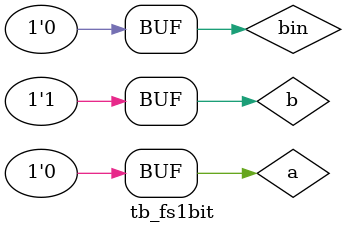
<source format=v>
`timescale 1ns / 1ps


module tb_fs1bit;

	// Inputs
	reg a;
	reg b;
	reg bin;

	// Outputs
	wire diff;
	wire bout;

	// Instantiate the Unit Under Test (UUT)
	Full_Sub uut (
		.a(a), 
		.b(b), 
		.bin(bin), 
		.diff(diff), 
		.bout(bout)
	);

	initial begin
		// Initialize Inputs
		a = 0;
		b = 0;
		bin = 0;

		// Wait 100 ns for global reset to finish
		#100;a=1;b=1; bin=0;
		#100;a=1;b=1; bin=1;
		#100;a=1;b=0; bin=1;
		#100;a=0;b=1; bin=1;
		#100;a=0;b=1; bin=0;
        
		// Add stimulus here

	end
      
endmodule


</source>
